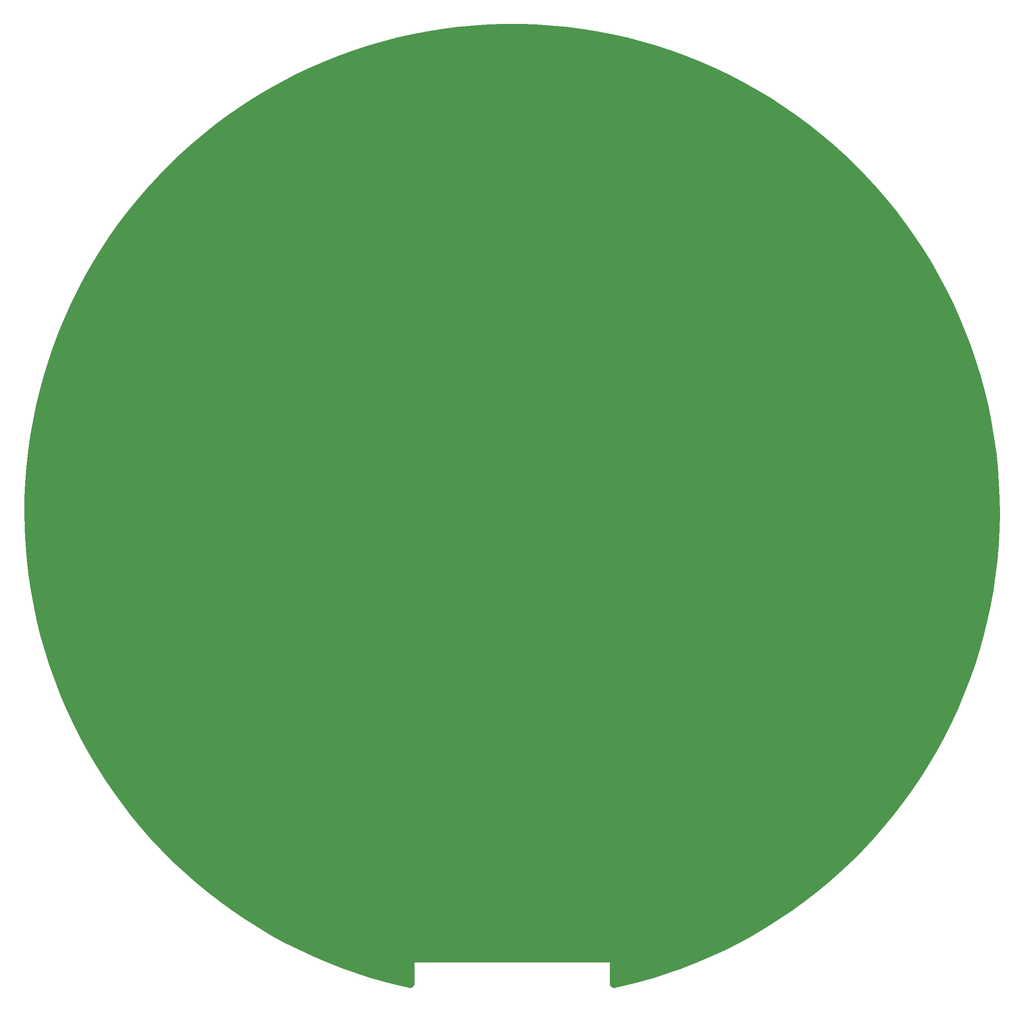
<source format=gtp>
G04*
G04 #@! TF.GenerationSoftware,Altium Limited,Altium Designer,19.0.15 (446)*
G04*
G04 Layer_Color=8421504*
%FSLAX25Y25*%
%MOIN*%
G70*
G01*
G75*
G36*
X399991Y778557D02*
X412515Y778158D01*
X425020Y777361D01*
X437494Y776167D01*
X449923Y774576D01*
X462295Y772590D01*
X474597Y770212D01*
X486818Y767444D01*
X498944Y764288D01*
X510964Y760748D01*
X522865Y756827D01*
X534636Y752530D01*
X546264Y747860D01*
X557737Y742823D01*
X569044Y737423D01*
X580173Y731666D01*
X591114Y725558D01*
X601855Y719104D01*
X612385Y712313D01*
X622694Y705189D01*
X632770Y697741D01*
X642605Y689977D01*
X652188Y681903D01*
X661509Y673529D01*
X670558Y664862D01*
X679328Y655912D01*
X687808Y646687D01*
X695990Y637197D01*
X703866Y627451D01*
X711428Y617460D01*
X718669Y607233D01*
X725580Y596781D01*
X732155Y586115D01*
X738388Y575244D01*
X744271Y564181D01*
X749800Y552936D01*
X754967Y541521D01*
X759769Y529948D01*
X764201Y518227D01*
X768257Y506371D01*
X771934Y494392D01*
X775228Y482303D01*
X778135Y470114D01*
X780653Y457840D01*
X782780Y445491D01*
X784512Y433081D01*
X785849Y420622D01*
X786788Y408127D01*
X787330Y395608D01*
X787472Y383079D01*
X787216Y370551D01*
X786562Y358038D01*
X785510Y345552D01*
X784061Y333105D01*
X782217Y320712D01*
X779979Y308383D01*
X777350Y296131D01*
X774332Y283969D01*
X770930Y271910D01*
X767145Y259965D01*
X762982Y248146D01*
X758445Y236466D01*
X753539Y224936D01*
X748268Y213568D01*
X742638Y202374D01*
X736655Y191364D01*
X730325Y180551D01*
X723653Y169944D01*
X716648Y159555D01*
X709316Y149394D01*
X701664Y139471D01*
X693700Y129797D01*
X685432Y120381D01*
X676869Y111233D01*
X668019Y102363D01*
X658892Y93778D01*
X649496Y85488D01*
X639841Y77501D01*
X629936Y69826D01*
X619793Y62469D01*
X609420Y55439D01*
X598829Y48743D01*
X588030Y42387D01*
X577035Y36378D01*
X565854Y30721D01*
X554498Y25424D01*
X542980Y20490D01*
X531311Y15925D01*
X519502Y11734D01*
X507566Y7921D01*
X495515Y4490D01*
X483360Y1444D01*
X477238Y115D01*
X477238D01*
X476807Y21D01*
X475925Y29D01*
X475067Y232D01*
X474275Y620D01*
X473588Y1174D01*
X473041Y1866D01*
X472661Y2661D01*
X472466Y3521D01*
X472466Y3962D01*
Y20683D01*
X314985D01*
Y3962D01*
X314985Y3962D01*
Y3521D01*
X314790Y2661D01*
X314410Y1866D01*
X313863Y1174D01*
X313176Y620D01*
X312384Y233D01*
X311526Y29D01*
X310644Y21D01*
X310213Y115D01*
X310213D01*
X304091Y1444D01*
X291936Y4490D01*
X279885Y7921D01*
X267949Y11735D01*
X256140Y15926D01*
X244471Y20490D01*
X232952Y25424D01*
X221597Y30722D01*
X210416Y36378D01*
X199421Y42387D01*
X188622Y48743D01*
X178031Y55440D01*
X167658Y62470D01*
X157515Y69826D01*
X147611Y77501D01*
X137955Y85488D01*
X128559Y93778D01*
X119432Y102363D01*
X110582Y111234D01*
X102019Y120382D01*
X93751Y129797D01*
X85787Y139471D01*
X78136Y149394D01*
X70803Y159555D01*
X63798Y169944D01*
X57127Y180551D01*
X50796Y191365D01*
X44813Y202375D01*
X39184Y213569D01*
X33913Y224937D01*
X29006Y236467D01*
X24470Y248147D01*
X20307Y259965D01*
X16522Y271911D01*
X13119Y283970D01*
X10102Y296132D01*
X7473Y308383D01*
X5235Y320712D01*
X3391Y333106D01*
X1942Y345552D01*
X890Y358038D01*
X235Y370552D01*
X-21Y383079D01*
X122Y395609D01*
X663Y408128D01*
X1603Y420623D01*
X2940Y433082D01*
X4672Y445492D01*
X6798Y457840D01*
X9317Y470115D01*
X12224Y482303D01*
X15518Y494393D01*
X19195Y506372D01*
X23251Y518227D01*
X27682Y529948D01*
X32484Y541522D01*
X37652Y552937D01*
X43181Y564182D01*
X49064Y575245D01*
X55297Y586115D01*
X61872Y596782D01*
X68783Y607234D01*
X76024Y617461D01*
X83586Y627452D01*
X91462Y637197D01*
X99644Y646687D01*
X108124Y655912D01*
X116894Y664862D01*
X125943Y673529D01*
X135264Y681904D01*
X144847Y689977D01*
X154682Y697742D01*
X164758Y705190D01*
X175067Y712313D01*
X185597Y719104D01*
X196338Y725558D01*
X207279Y731666D01*
X218408Y737423D01*
X229715Y742823D01*
X241189Y747860D01*
X252816Y752530D01*
X264587Y756827D01*
X276488Y760748D01*
X288508Y764288D01*
X300634Y767444D01*
X312855Y770212D01*
X325157Y772590D01*
X337530Y774576D01*
X349959Y776167D01*
X362432Y777361D01*
X374937Y778158D01*
X387461Y778557D01*
X399991Y778557D01*
D02*
G37*
M02*

</source>
